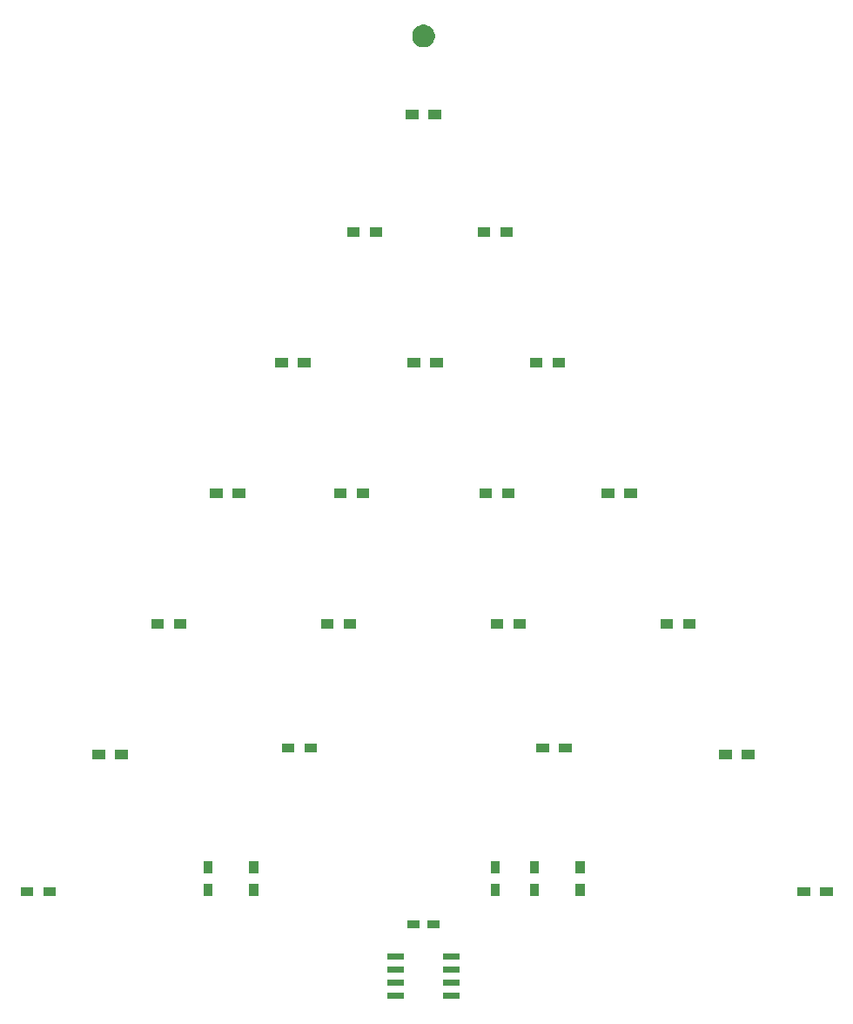
<source format=gbr>
G04 #@! TF.GenerationSoftware,KiCad,Pcbnew,5.0.1-33cea8e~68~ubuntu18.04.1*
G04 #@! TF.CreationDate,2018-11-21T15:29:58-05:00*
G04 #@! TF.ProjectId,Christmas_2018,4368726973746D61735F323031382E6B,A1*
G04 #@! TF.SameCoordinates,Original*
G04 #@! TF.FileFunction,Soldermask,Top*
G04 #@! TF.FilePolarity,Negative*
%FSLAX46Y46*%
G04 Gerber Fmt 4.6, Leading zero omitted, Abs format (unit mm)*
G04 Created by KiCad (PCBNEW 5.0.1-33cea8e~68~ubuntu18.04.1) date Wed 21 Nov 2018 03:29:58 PM EST*
%MOMM*%
%LPD*%
G01*
G04 APERTURE LIST*
%ADD10C,0.100000*%
G04 APERTURE END LIST*
D10*
G36*
X136825000Y-129205000D02*
X135275000Y-129205000D01*
X135275000Y-128605000D01*
X136825000Y-128605000D01*
X136825000Y-129205000D01*
X136825000Y-129205000D01*
G37*
G36*
X131425000Y-129205000D02*
X129875000Y-129205000D01*
X129875000Y-128605000D01*
X131425000Y-128605000D01*
X131425000Y-129205000D01*
X131425000Y-129205000D01*
G37*
G36*
X131425000Y-127935000D02*
X129875000Y-127935000D01*
X129875000Y-127335000D01*
X131425000Y-127335000D01*
X131425000Y-127935000D01*
X131425000Y-127935000D01*
G37*
G36*
X136825000Y-127935000D02*
X135275000Y-127935000D01*
X135275000Y-127335000D01*
X136825000Y-127335000D01*
X136825000Y-127935000D01*
X136825000Y-127935000D01*
G37*
G36*
X136825000Y-126665000D02*
X135275000Y-126665000D01*
X135275000Y-126065000D01*
X136825000Y-126065000D01*
X136825000Y-126665000D01*
X136825000Y-126665000D01*
G37*
G36*
X131425000Y-126665000D02*
X129875000Y-126665000D01*
X129875000Y-126065000D01*
X131425000Y-126065000D01*
X131425000Y-126665000D01*
X131425000Y-126665000D01*
G37*
G36*
X131425000Y-125395000D02*
X129875000Y-125395000D01*
X129875000Y-124795000D01*
X131425000Y-124795000D01*
X131425000Y-125395000D01*
X131425000Y-125395000D01*
G37*
G36*
X136825000Y-125395000D02*
X135275000Y-125395000D01*
X135275000Y-124795000D01*
X136825000Y-124795000D01*
X136825000Y-125395000D01*
X136825000Y-125395000D01*
G37*
G36*
X134900000Y-122295000D02*
X133700000Y-122295000D01*
X133700000Y-121545000D01*
X134900000Y-121545000D01*
X134900000Y-122295000D01*
X134900000Y-122295000D01*
G37*
G36*
X133000000Y-122295000D02*
X131800000Y-122295000D01*
X131800000Y-121545000D01*
X133000000Y-121545000D01*
X133000000Y-122295000D01*
X133000000Y-122295000D01*
G37*
G36*
X173150000Y-119195000D02*
X171950000Y-119195000D01*
X171950000Y-118295000D01*
X173150000Y-118295000D01*
X173150000Y-119195000D01*
X173150000Y-119195000D01*
G37*
G36*
X170950000Y-119195000D02*
X169750000Y-119195000D01*
X169750000Y-118295000D01*
X170950000Y-118295000D01*
X170950000Y-119195000D01*
X170950000Y-119195000D01*
G37*
G36*
X97585000Y-119195000D02*
X96385000Y-119195000D01*
X96385000Y-118295000D01*
X97585000Y-118295000D01*
X97585000Y-119195000D01*
X97585000Y-119195000D01*
G37*
G36*
X95385000Y-119195000D02*
X94185000Y-119195000D01*
X94185000Y-118295000D01*
X95385000Y-118295000D01*
X95385000Y-119195000D01*
X95385000Y-119195000D01*
G37*
G36*
X149040000Y-119175000D02*
X148140000Y-119175000D01*
X148140000Y-117975000D01*
X149040000Y-117975000D01*
X149040000Y-119175000D01*
X149040000Y-119175000D01*
G37*
G36*
X117290000Y-119175000D02*
X116390000Y-119175000D01*
X116390000Y-117975000D01*
X117290000Y-117975000D01*
X117290000Y-119175000D01*
X117290000Y-119175000D01*
G37*
G36*
X112845000Y-119175000D02*
X111945000Y-119175000D01*
X111945000Y-117975000D01*
X112845000Y-117975000D01*
X112845000Y-119175000D01*
X112845000Y-119175000D01*
G37*
G36*
X144595000Y-119175000D02*
X143695000Y-119175000D01*
X143695000Y-117975000D01*
X144595000Y-117975000D01*
X144595000Y-119175000D01*
X144595000Y-119175000D01*
G37*
G36*
X140785000Y-119175000D02*
X139885000Y-119175000D01*
X139885000Y-117975000D01*
X140785000Y-117975000D01*
X140785000Y-119175000D01*
X140785000Y-119175000D01*
G37*
G36*
X140785000Y-116975000D02*
X139885000Y-116975000D01*
X139885000Y-115775000D01*
X140785000Y-115775000D01*
X140785000Y-116975000D01*
X140785000Y-116975000D01*
G37*
G36*
X117290000Y-116975000D02*
X116390000Y-116975000D01*
X116390000Y-115775000D01*
X117290000Y-115775000D01*
X117290000Y-116975000D01*
X117290000Y-116975000D01*
G37*
G36*
X112845000Y-116975000D02*
X111945000Y-116975000D01*
X111945000Y-115775000D01*
X112845000Y-115775000D01*
X112845000Y-116975000D01*
X112845000Y-116975000D01*
G37*
G36*
X149040000Y-116975000D02*
X148140000Y-116975000D01*
X148140000Y-115775000D01*
X149040000Y-115775000D01*
X149040000Y-116975000D01*
X149040000Y-116975000D01*
G37*
G36*
X144595000Y-116975000D02*
X143695000Y-116975000D01*
X143695000Y-115775000D01*
X144595000Y-115775000D01*
X144595000Y-116975000D01*
X144595000Y-116975000D01*
G37*
G36*
X102370000Y-105860000D02*
X101170000Y-105860000D01*
X101170000Y-104960000D01*
X102370000Y-104960000D01*
X102370000Y-105860000D01*
X102370000Y-105860000D01*
G37*
G36*
X163330000Y-105860000D02*
X162130000Y-105860000D01*
X162130000Y-104960000D01*
X163330000Y-104960000D01*
X163330000Y-105860000D01*
X163330000Y-105860000D01*
G37*
G36*
X104570000Y-105860000D02*
X103370000Y-105860000D01*
X103370000Y-104960000D01*
X104570000Y-104960000D01*
X104570000Y-105860000D01*
X104570000Y-105860000D01*
G37*
G36*
X165530000Y-105860000D02*
X164330000Y-105860000D01*
X164330000Y-104960000D01*
X165530000Y-104960000D01*
X165530000Y-105860000D01*
X165530000Y-105860000D01*
G37*
G36*
X147750000Y-105225000D02*
X146550000Y-105225000D01*
X146550000Y-104325000D01*
X147750000Y-104325000D01*
X147750000Y-105225000D01*
X147750000Y-105225000D01*
G37*
G36*
X120785000Y-105225000D02*
X119585000Y-105225000D01*
X119585000Y-104325000D01*
X120785000Y-104325000D01*
X120785000Y-105225000D01*
X120785000Y-105225000D01*
G37*
G36*
X145550000Y-105225000D02*
X144350000Y-105225000D01*
X144350000Y-104325000D01*
X145550000Y-104325000D01*
X145550000Y-105225000D01*
X145550000Y-105225000D01*
G37*
G36*
X122985000Y-105225000D02*
X121785000Y-105225000D01*
X121785000Y-104325000D01*
X122985000Y-104325000D01*
X122985000Y-105225000D01*
X122985000Y-105225000D01*
G37*
G36*
X141105000Y-93160000D02*
X139905000Y-93160000D01*
X139905000Y-92260000D01*
X141105000Y-92260000D01*
X141105000Y-93160000D01*
X141105000Y-93160000D01*
G37*
G36*
X143305000Y-93160000D02*
X142105000Y-93160000D01*
X142105000Y-92260000D01*
X143305000Y-92260000D01*
X143305000Y-93160000D01*
X143305000Y-93160000D01*
G37*
G36*
X124595000Y-93160000D02*
X123395000Y-93160000D01*
X123395000Y-92260000D01*
X124595000Y-92260000D01*
X124595000Y-93160000D01*
X124595000Y-93160000D01*
G37*
G36*
X126795000Y-93160000D02*
X125595000Y-93160000D01*
X125595000Y-92260000D01*
X126795000Y-92260000D01*
X126795000Y-93160000D01*
X126795000Y-93160000D01*
G37*
G36*
X157615000Y-93160000D02*
X156415000Y-93160000D01*
X156415000Y-92260000D01*
X157615000Y-92260000D01*
X157615000Y-93160000D01*
X157615000Y-93160000D01*
G37*
G36*
X159815000Y-93160000D02*
X158615000Y-93160000D01*
X158615000Y-92260000D01*
X159815000Y-92260000D01*
X159815000Y-93160000D01*
X159815000Y-93160000D01*
G37*
G36*
X110285000Y-93160000D02*
X109085000Y-93160000D01*
X109085000Y-92260000D01*
X110285000Y-92260000D01*
X110285000Y-93160000D01*
X110285000Y-93160000D01*
G37*
G36*
X108085000Y-93160000D02*
X106885000Y-93160000D01*
X106885000Y-92260000D01*
X108085000Y-92260000D01*
X108085000Y-93160000D01*
X108085000Y-93160000D01*
G37*
G36*
X142205000Y-80460000D02*
X141005000Y-80460000D01*
X141005000Y-79560000D01*
X142205000Y-79560000D01*
X142205000Y-80460000D01*
X142205000Y-80460000D01*
G37*
G36*
X151900000Y-80460000D02*
X150700000Y-80460000D01*
X150700000Y-79560000D01*
X151900000Y-79560000D01*
X151900000Y-80460000D01*
X151900000Y-80460000D01*
G37*
G36*
X154100000Y-80460000D02*
X152900000Y-80460000D01*
X152900000Y-79560000D01*
X154100000Y-79560000D01*
X154100000Y-80460000D01*
X154100000Y-80460000D01*
G37*
G36*
X113800000Y-80460000D02*
X112600000Y-80460000D01*
X112600000Y-79560000D01*
X113800000Y-79560000D01*
X113800000Y-80460000D01*
X113800000Y-80460000D01*
G37*
G36*
X125865000Y-80460000D02*
X124665000Y-80460000D01*
X124665000Y-79560000D01*
X125865000Y-79560000D01*
X125865000Y-80460000D01*
X125865000Y-80460000D01*
G37*
G36*
X128065000Y-80460000D02*
X126865000Y-80460000D01*
X126865000Y-79560000D01*
X128065000Y-79560000D01*
X128065000Y-80460000D01*
X128065000Y-80460000D01*
G37*
G36*
X140005000Y-80460000D02*
X138805000Y-80460000D01*
X138805000Y-79560000D01*
X140005000Y-79560000D01*
X140005000Y-80460000D01*
X140005000Y-80460000D01*
G37*
G36*
X116000000Y-80460000D02*
X114800000Y-80460000D01*
X114800000Y-79560000D01*
X116000000Y-79560000D01*
X116000000Y-80460000D01*
X116000000Y-80460000D01*
G37*
G36*
X122350000Y-67760000D02*
X121150000Y-67760000D01*
X121150000Y-66860000D01*
X122350000Y-66860000D01*
X122350000Y-67760000D01*
X122350000Y-67760000D01*
G37*
G36*
X120150000Y-67760000D02*
X118950000Y-67760000D01*
X118950000Y-66860000D01*
X120150000Y-66860000D01*
X120150000Y-67760000D01*
X120150000Y-67760000D01*
G37*
G36*
X133020000Y-67760000D02*
X131820000Y-67760000D01*
X131820000Y-66860000D01*
X133020000Y-66860000D01*
X133020000Y-67760000D01*
X133020000Y-67760000D01*
G37*
G36*
X135220000Y-67760000D02*
X134020000Y-67760000D01*
X134020000Y-66860000D01*
X135220000Y-66860000D01*
X135220000Y-67760000D01*
X135220000Y-67760000D01*
G37*
G36*
X144915000Y-67760000D02*
X143715000Y-67760000D01*
X143715000Y-66860000D01*
X144915000Y-66860000D01*
X144915000Y-67760000D01*
X144915000Y-67760000D01*
G37*
G36*
X147115000Y-67760000D02*
X145915000Y-67760000D01*
X145915000Y-66860000D01*
X147115000Y-66860000D01*
X147115000Y-67760000D01*
X147115000Y-67760000D01*
G37*
G36*
X139835000Y-55060000D02*
X138635000Y-55060000D01*
X138635000Y-54160000D01*
X139835000Y-54160000D01*
X139835000Y-55060000D01*
X139835000Y-55060000D01*
G37*
G36*
X127135000Y-55060000D02*
X125935000Y-55060000D01*
X125935000Y-54160000D01*
X127135000Y-54160000D01*
X127135000Y-55060000D01*
X127135000Y-55060000D01*
G37*
G36*
X129335000Y-55060000D02*
X128135000Y-55060000D01*
X128135000Y-54160000D01*
X129335000Y-54160000D01*
X129335000Y-55060000D01*
X129335000Y-55060000D01*
G37*
G36*
X142035000Y-55060000D02*
X140835000Y-55060000D01*
X140835000Y-54160000D01*
X142035000Y-54160000D01*
X142035000Y-55060000D01*
X142035000Y-55060000D01*
G37*
G36*
X132850000Y-43630000D02*
X131650000Y-43630000D01*
X131650000Y-42730000D01*
X132850000Y-42730000D01*
X132850000Y-43630000D01*
X132850000Y-43630000D01*
G37*
G36*
X135050000Y-43630000D02*
X133850000Y-43630000D01*
X133850000Y-42730000D01*
X135050000Y-42730000D01*
X135050000Y-43630000D01*
X135050000Y-43630000D01*
G37*
G36*
X133670857Y-34502272D02*
X133871042Y-34585191D01*
X134051213Y-34705578D01*
X134204422Y-34858787D01*
X134324809Y-35038958D01*
X134407728Y-35239143D01*
X134450000Y-35451658D01*
X134450000Y-35668342D01*
X134407728Y-35880857D01*
X134324809Y-36081042D01*
X134204422Y-36261213D01*
X134051213Y-36414422D01*
X133871042Y-36534809D01*
X133670857Y-36617728D01*
X133458342Y-36660000D01*
X133241658Y-36660000D01*
X133029143Y-36617728D01*
X132828958Y-36534809D01*
X132648787Y-36414422D01*
X132495578Y-36261213D01*
X132375191Y-36081042D01*
X132292272Y-35880857D01*
X132250000Y-35668342D01*
X132250000Y-35451658D01*
X132292272Y-35239143D01*
X132375191Y-35038958D01*
X132495578Y-34858787D01*
X132648787Y-34705578D01*
X132828958Y-34585191D01*
X133029143Y-34502272D01*
X133241658Y-34460000D01*
X133458342Y-34460000D01*
X133670857Y-34502272D01*
X133670857Y-34502272D01*
G37*
M02*

</source>
